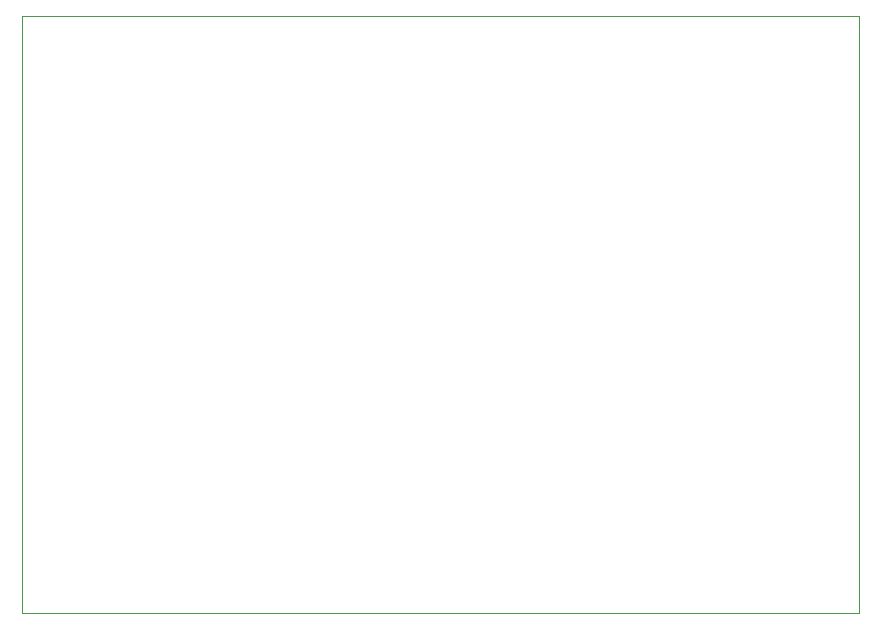
<source format=gbr>
%TF.GenerationSoftware,KiCad,Pcbnew,7.0.5.1-1-g8f565ef7f0-dirty-deb11*%
%TF.CreationDate,2023-06-19T19:10:50+00:00*%
%TF.ProjectId,AMFOC01,414d464f-4330-4312-9e6b-696361645f70,rev?*%
%TF.SameCoordinates,Original*%
%TF.FileFunction,Profile,NP*%
%FSLAX46Y46*%
G04 Gerber Fmt 4.6, Leading zero omitted, Abs format (unit mm)*
G04 Created by KiCad (PCBNEW 7.0.5.1-1-g8f565ef7f0-dirty-deb11) date 2023-06-19 19:10:50*
%MOMM*%
%LPD*%
G01*
G04 APERTURE LIST*
%TA.AperFunction,Profile*%
%ADD10C,0.100000*%
%TD*%
G04 APERTURE END LIST*
D10*
X100000Y-100000D02*
X71020000Y-100000D01*
X71020000Y-50700000D01*
X100000Y-50700000D01*
X100000Y-100000D01*
M02*

</source>
